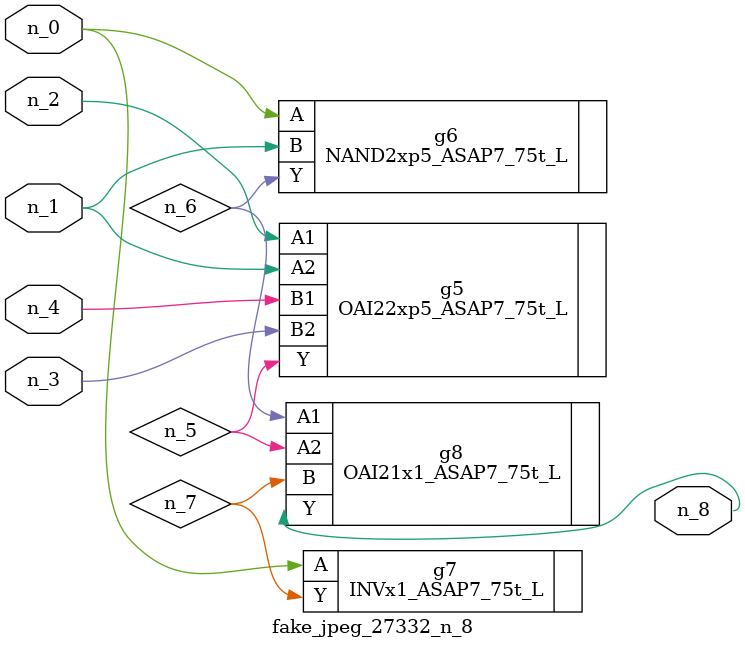
<source format=v>
module fake_jpeg_27332_n_8 (n_3, n_2, n_1, n_0, n_4, n_8);

input n_3;
input n_2;
input n_1;
input n_0;
input n_4;

output n_8;

wire n_6;
wire n_5;
wire n_7;

OAI22xp5_ASAP7_75t_L g5 ( 
.A1(n_2),
.A2(n_1),
.B1(n_4),
.B2(n_3),
.Y(n_5)
);

NAND2xp5_ASAP7_75t_L g6 ( 
.A(n_0),
.B(n_1),
.Y(n_6)
);

INVx1_ASAP7_75t_L g7 ( 
.A(n_0),
.Y(n_7)
);

OAI21x1_ASAP7_75t_L g8 ( 
.A1(n_6),
.A2(n_5),
.B(n_7),
.Y(n_8)
);


endmodule
</source>
